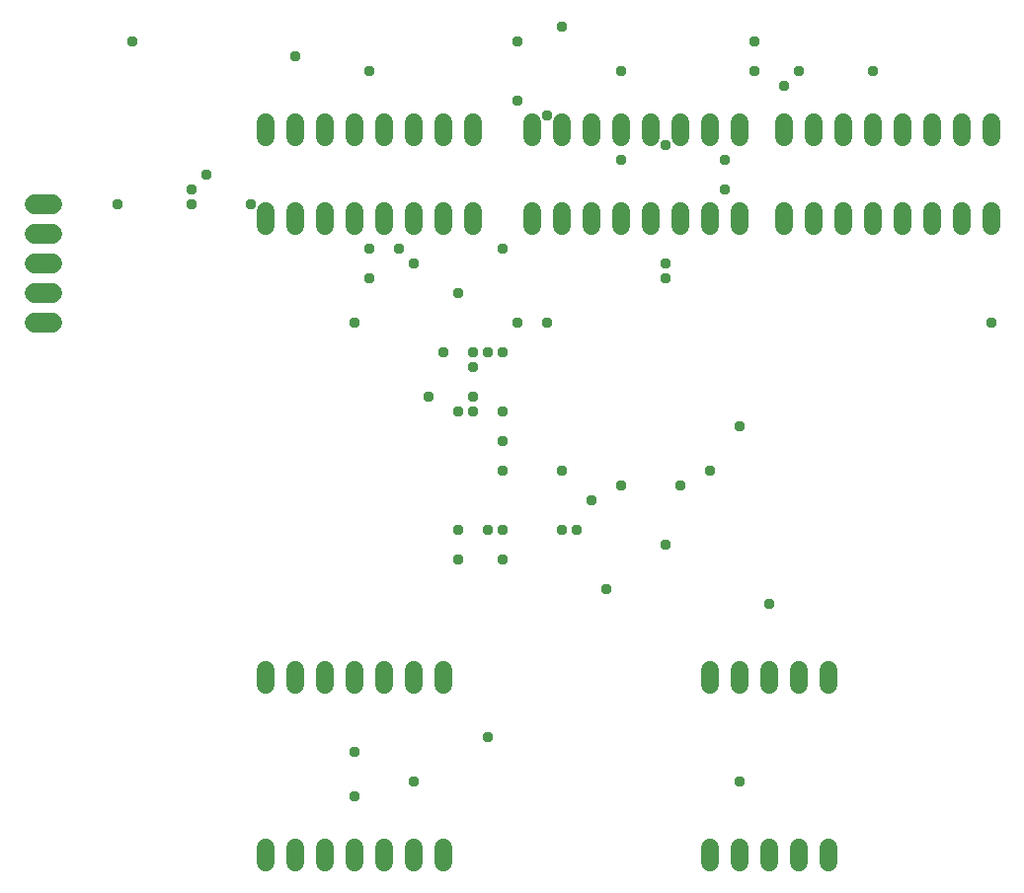
<source format=gbr>
G04 EAGLE Gerber RS-274X export*
G75*
%MOMM*%
%FSLAX34Y34*%
%LPD*%
%INSoldermask Top*%
%IPPOS*%
%AMOC8*
5,1,8,0,0,1.08239X$1,22.5*%
G01*
%ADD10C,1.524000*%
%ADD11C,1.727200*%
%ADD12C,1.511200*%
%ADD13C,0.959600*%


D10*
X241300Y615696D02*
X241300Y628904D01*
X266700Y628904D02*
X266700Y615696D01*
X393700Y615696D02*
X393700Y628904D01*
X419100Y628904D02*
X419100Y615696D01*
X292100Y615696D02*
X292100Y628904D01*
X317500Y628904D02*
X317500Y615696D01*
X368300Y615696D02*
X368300Y628904D01*
X342900Y628904D02*
X342900Y615696D01*
X419100Y691896D02*
X419100Y705104D01*
X393700Y705104D02*
X393700Y691896D01*
X368300Y691896D02*
X368300Y705104D01*
X342900Y705104D02*
X342900Y691896D01*
X317500Y691896D02*
X317500Y705104D01*
X292100Y705104D02*
X292100Y691896D01*
X266700Y691896D02*
X266700Y705104D01*
X241300Y705104D02*
X241300Y691896D01*
X469900Y628904D02*
X469900Y615696D01*
X495300Y615696D02*
X495300Y628904D01*
X622300Y628904D02*
X622300Y615696D01*
X647700Y615696D02*
X647700Y628904D01*
X520700Y628904D02*
X520700Y615696D01*
X546100Y615696D02*
X546100Y628904D01*
X596900Y628904D02*
X596900Y615696D01*
X571500Y615696D02*
X571500Y628904D01*
X647700Y691896D02*
X647700Y705104D01*
X622300Y705104D02*
X622300Y691896D01*
X596900Y691896D02*
X596900Y705104D01*
X571500Y705104D02*
X571500Y691896D01*
X546100Y691896D02*
X546100Y705104D01*
X520700Y705104D02*
X520700Y691896D01*
X495300Y691896D02*
X495300Y705104D01*
X469900Y705104D02*
X469900Y691896D01*
X685800Y628904D02*
X685800Y615696D01*
X711200Y615696D02*
X711200Y628904D01*
X838200Y628904D02*
X838200Y615696D01*
X863600Y615696D02*
X863600Y628904D01*
X736600Y628904D02*
X736600Y615696D01*
X762000Y615696D02*
X762000Y628904D01*
X812800Y628904D02*
X812800Y615696D01*
X787400Y615696D02*
X787400Y628904D01*
X863600Y691896D02*
X863600Y705104D01*
X838200Y705104D02*
X838200Y691896D01*
X812800Y691896D02*
X812800Y705104D01*
X787400Y705104D02*
X787400Y691896D01*
X762000Y691896D02*
X762000Y705104D01*
X736600Y705104D02*
X736600Y691896D01*
X711200Y691896D02*
X711200Y705104D01*
X685800Y705104D02*
X685800Y691896D01*
D11*
X58420Y533400D02*
X43180Y533400D01*
X43180Y558800D02*
X58420Y558800D01*
X58420Y584200D02*
X43180Y584200D01*
X43180Y609600D02*
X58420Y609600D01*
X58420Y635000D02*
X43180Y635000D01*
D12*
X241300Y82740D02*
X241300Y69660D01*
X266700Y69660D02*
X266700Y82740D01*
X292100Y82740D02*
X292100Y69660D01*
X317500Y69660D02*
X317500Y82740D01*
X342900Y82740D02*
X342900Y69660D01*
X368300Y69660D02*
X368300Y82740D01*
X393700Y82740D02*
X393700Y69660D01*
X393700Y222060D02*
X393700Y235140D01*
X368300Y235140D02*
X368300Y222060D01*
X342900Y222060D02*
X342900Y235140D01*
X317500Y235140D02*
X317500Y222060D01*
X292100Y222060D02*
X292100Y235140D01*
X266700Y235140D02*
X266700Y222060D01*
X241300Y222060D02*
X241300Y235140D01*
D10*
X622300Y82804D02*
X622300Y69596D01*
X647700Y69596D02*
X647700Y82804D01*
X673100Y82804D02*
X673100Y69596D01*
X698500Y69596D02*
X698500Y82804D01*
X723900Y82804D02*
X723900Y69596D01*
X723900Y221996D02*
X723900Y235204D01*
X698500Y235204D02*
X698500Y221996D01*
X673100Y221996D02*
X673100Y235204D01*
X647700Y235204D02*
X647700Y221996D01*
X622300Y221996D02*
X622300Y235204D01*
D13*
X863600Y533400D03*
X584200Y584200D03*
X482600Y711200D03*
X457200Y774700D03*
X660400Y774700D03*
X457200Y533400D03*
X482600Y533400D03*
X444500Y457200D03*
X406400Y457200D03*
X406400Y355600D03*
X406400Y330200D03*
X317500Y127000D03*
X317500Y165100D03*
X444500Y330200D03*
X444500Y355600D03*
X444500Y406400D03*
X393700Y508000D03*
X330200Y571500D03*
X355600Y596900D03*
X495300Y406400D03*
X520700Y381000D03*
X495300Y355600D03*
X368300Y139700D03*
X431800Y177800D03*
X533400Y304800D03*
X508000Y355600D03*
X381000Y469900D03*
X317500Y533400D03*
X368300Y584200D03*
X444500Y596900D03*
X584200Y342900D03*
X419100Y508000D03*
X330200Y596900D03*
X596900Y393700D03*
X546100Y393700D03*
X444500Y431800D03*
X419100Y457200D03*
X419100Y469900D03*
X419100Y495300D03*
X647700Y139700D03*
X431800Y508000D03*
X406400Y558800D03*
X444500Y508000D03*
X647700Y444500D03*
X673100Y292100D03*
X622300Y406400D03*
X584200Y571500D03*
X762000Y749300D03*
X546100Y749300D03*
X190500Y660400D03*
X660400Y749300D03*
X698500Y749300D03*
X546100Y673100D03*
X177800Y647700D03*
X457200Y723900D03*
X228600Y635000D03*
X177800Y635000D03*
X114300Y635000D03*
X584200Y685800D03*
X685800Y736600D03*
X330200Y749300D03*
X266700Y762000D03*
X635000Y647700D03*
X635000Y673100D03*
X127000Y774700D03*
X495300Y787400D03*
X431800Y355600D03*
M02*

</source>
